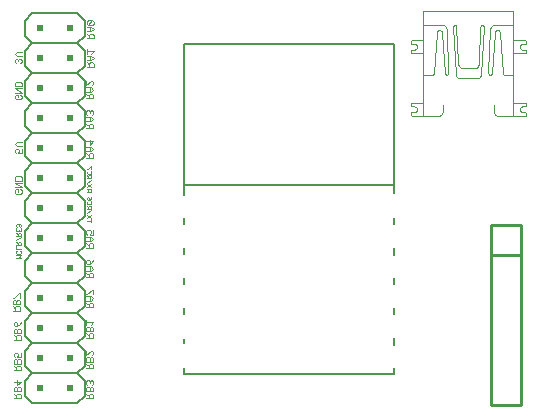
<source format=gbo>
G75*
G70*
%OFA0B0*%
%FSLAX24Y24*%
%IPPOS*%
%LPD*%
%AMOC8*
5,1,8,0,0,1.08239X$1,22.5*
%
%ADD10C,0.0020*%
%ADD11C,0.0010*%
%ADD12C,0.0050*%
%ADD13C,0.0040*%
%ADD14C,0.0060*%
%ADD15R,0.0200X0.0200*%
%ADD16C,0.0100*%
D10*
X001360Y006757D02*
X001580Y006757D01*
X001580Y006867D01*
X001543Y006904D01*
X001470Y006904D01*
X001433Y006867D01*
X001433Y006757D01*
X001433Y006830D02*
X001360Y006904D01*
X001360Y006978D02*
X001360Y007088D01*
X001397Y007125D01*
X001433Y007125D01*
X001470Y007088D01*
X001470Y006978D01*
X001360Y006978D02*
X001580Y006978D01*
X001580Y007088D01*
X001543Y007125D01*
X001507Y007125D01*
X001470Y007088D01*
X001470Y007199D02*
X001470Y007346D01*
X001360Y007309D02*
X001580Y007309D01*
X001470Y007199D01*
X001433Y007687D02*
X001433Y007797D01*
X001470Y007834D01*
X001543Y007834D01*
X001580Y007797D01*
X001580Y007687D01*
X001360Y007687D01*
X001433Y007760D02*
X001360Y007834D01*
X001360Y007908D02*
X001360Y008018D01*
X001397Y008055D01*
X001433Y008055D01*
X001470Y008018D01*
X001470Y007908D01*
X001360Y007908D02*
X001580Y007908D01*
X001580Y008018D01*
X001543Y008055D01*
X001507Y008055D01*
X001470Y008018D01*
X001470Y008129D02*
X001507Y008202D01*
X001507Y008239D01*
X001470Y008276D01*
X001397Y008276D01*
X001360Y008239D01*
X001360Y008166D01*
X001397Y008129D01*
X001470Y008129D02*
X001580Y008129D01*
X001580Y008276D01*
X001580Y008707D02*
X001360Y008707D01*
X001433Y008707D02*
X001433Y008817D01*
X001470Y008854D01*
X001543Y008854D01*
X001580Y008817D01*
X001580Y008707D01*
X001433Y008780D02*
X001360Y008854D01*
X001360Y008928D02*
X001360Y009038D01*
X001397Y009075D01*
X001433Y009075D01*
X001470Y009038D01*
X001470Y008928D01*
X001360Y008928D02*
X001580Y008928D01*
X001580Y009038D01*
X001543Y009075D01*
X001507Y009075D01*
X001470Y009038D01*
X001470Y009149D02*
X001470Y009259D01*
X001433Y009296D01*
X001397Y009296D01*
X001360Y009259D01*
X001360Y009186D01*
X001397Y009149D01*
X001470Y009149D01*
X001543Y009222D01*
X001580Y009296D01*
X001550Y009667D02*
X001330Y009667D01*
X001403Y009667D02*
X001403Y009777D01*
X001440Y009814D01*
X001513Y009814D01*
X001550Y009777D01*
X001550Y009667D01*
X001403Y009740D02*
X001330Y009814D01*
X001330Y009888D02*
X001330Y009998D01*
X001367Y010035D01*
X001403Y010035D01*
X001440Y009998D01*
X001440Y009888D01*
X001330Y009888D02*
X001550Y009888D01*
X001550Y009998D01*
X001513Y010035D01*
X001477Y010035D01*
X001440Y009998D01*
X001367Y010109D02*
X001330Y010109D01*
X001367Y010109D02*
X001513Y010256D01*
X001550Y010256D01*
X001550Y010109D01*
X003771Y010155D02*
X003918Y010155D01*
X003991Y010081D01*
X003918Y010008D01*
X003771Y010008D01*
X003771Y009934D02*
X003844Y009860D01*
X003844Y009897D02*
X003844Y009787D01*
X003771Y009787D02*
X003991Y009787D01*
X003991Y009897D01*
X003955Y009934D01*
X003881Y009934D01*
X003844Y009897D01*
X003881Y010008D02*
X003881Y010155D01*
X003808Y010229D02*
X003771Y010229D01*
X003808Y010229D02*
X003955Y010376D01*
X003991Y010376D01*
X003991Y010229D01*
X003991Y010777D02*
X003771Y010777D01*
X003844Y010777D02*
X003844Y010887D01*
X003881Y010924D01*
X003955Y010924D01*
X003991Y010887D01*
X003991Y010777D01*
X003844Y010850D02*
X003771Y010924D01*
X003771Y010998D02*
X003918Y010998D01*
X003991Y011071D01*
X003918Y011145D01*
X003771Y011145D01*
X003808Y011219D02*
X003771Y011256D01*
X003771Y011329D01*
X003808Y011366D01*
X003844Y011366D01*
X003881Y011329D01*
X003881Y011219D01*
X003808Y011219D01*
X003881Y011219D02*
X003955Y011292D01*
X003991Y011366D01*
X003881Y011145D02*
X003881Y010998D01*
X003844Y011767D02*
X003844Y011877D01*
X003881Y011914D01*
X003955Y011914D01*
X003991Y011877D01*
X003991Y011767D01*
X003771Y011767D01*
X003844Y011840D02*
X003771Y011914D01*
X003771Y011988D02*
X003918Y011988D01*
X003991Y012061D01*
X003918Y012135D01*
X003771Y012135D01*
X003808Y012209D02*
X003771Y012246D01*
X003771Y012319D01*
X003808Y012356D01*
X003881Y012356D01*
X003918Y012319D01*
X003918Y012282D01*
X003881Y012209D01*
X003991Y012209D01*
X003991Y012356D01*
X003881Y012135D02*
X003881Y011988D01*
X001610Y013604D02*
X001573Y013567D01*
X001427Y013567D01*
X001390Y013604D01*
X001390Y013677D01*
X001427Y013714D01*
X001500Y013714D01*
X001500Y013640D01*
X001573Y013714D02*
X001610Y013677D01*
X001610Y013604D01*
X001610Y013788D02*
X001390Y013935D01*
X001610Y013935D01*
X001610Y014009D02*
X001610Y014119D01*
X001573Y014156D01*
X001427Y014156D01*
X001390Y014119D01*
X001390Y014009D01*
X001610Y014009D01*
X001610Y013788D02*
X001390Y013788D01*
X001427Y014928D02*
X001390Y014965D01*
X001390Y015038D01*
X001427Y015075D01*
X001500Y015075D01*
X001537Y015038D01*
X001537Y015001D01*
X001500Y014928D01*
X001610Y014928D01*
X001610Y015075D01*
X001610Y015149D02*
X001463Y015149D01*
X001390Y015222D01*
X001463Y015296D01*
X001610Y015296D01*
X001573Y016717D02*
X001427Y016717D01*
X001390Y016754D01*
X001390Y016827D01*
X001427Y016864D01*
X001500Y016864D01*
X001500Y016790D01*
X001573Y016717D02*
X001610Y016754D01*
X001610Y016827D01*
X001573Y016864D01*
X001610Y016938D02*
X001390Y017085D01*
X001610Y017085D01*
X001610Y017159D02*
X001610Y017269D01*
X001573Y017306D01*
X001427Y017306D01*
X001390Y017269D01*
X001390Y017159D01*
X001610Y017159D01*
X001610Y016938D02*
X001390Y016938D01*
X001427Y017928D02*
X001390Y017965D01*
X001390Y018038D01*
X001427Y018075D01*
X001463Y018075D01*
X001500Y018038D01*
X001500Y018001D01*
X001500Y018038D02*
X001537Y018075D01*
X001573Y018075D01*
X001610Y018038D01*
X001610Y017965D01*
X001573Y017928D01*
X001610Y018149D02*
X001463Y018149D01*
X001390Y018222D01*
X001463Y018296D01*
X001610Y018296D01*
X003790Y018312D02*
X004010Y018312D01*
X003937Y018239D01*
X003937Y018165D02*
X003790Y018165D01*
X003790Y018239D02*
X003790Y018386D01*
X003900Y018165D02*
X003900Y018018D01*
X003937Y018018D02*
X004010Y018091D01*
X003937Y018165D01*
X003937Y018018D02*
X003790Y018018D01*
X003790Y017944D02*
X003863Y017870D01*
X003863Y017907D02*
X003863Y017797D01*
X003790Y017797D02*
X004010Y017797D01*
X004010Y017907D01*
X003973Y017944D01*
X003900Y017944D01*
X003863Y017907D01*
X003918Y017336D02*
X003955Y017336D01*
X003991Y017299D01*
X003991Y017226D01*
X003955Y017189D01*
X003918Y017115D02*
X003771Y017115D01*
X003771Y017189D02*
X003918Y017336D01*
X003771Y017336D02*
X003771Y017189D01*
X003881Y017115D02*
X003881Y016968D01*
X003918Y016968D02*
X003991Y017041D01*
X003918Y017115D01*
X003918Y016968D02*
X003771Y016968D01*
X003771Y016894D02*
X003844Y016820D01*
X003844Y016857D02*
X003844Y016747D01*
X003771Y016747D02*
X003991Y016747D01*
X003991Y016857D01*
X003955Y016894D01*
X003881Y016894D01*
X003844Y016857D01*
X003844Y016346D02*
X003808Y016346D01*
X003771Y016309D01*
X003771Y016236D01*
X003808Y016199D01*
X003771Y016125D02*
X003918Y016125D01*
X003991Y016051D01*
X003918Y015978D01*
X003771Y015978D01*
X003771Y015904D02*
X003844Y015830D01*
X003844Y015867D02*
X003844Y015757D01*
X003771Y015757D02*
X003991Y015757D01*
X003991Y015867D01*
X003955Y015904D01*
X003881Y015904D01*
X003844Y015867D01*
X003881Y015978D02*
X003881Y016125D01*
X003955Y016199D02*
X003991Y016236D01*
X003991Y016309D01*
X003955Y016346D01*
X003918Y016346D01*
X003881Y016309D01*
X003844Y016346D01*
X003881Y016309D02*
X003881Y016272D01*
X003881Y015356D02*
X003881Y015209D01*
X003991Y015319D01*
X003771Y015319D01*
X003771Y015135D02*
X003918Y015135D01*
X003991Y015061D01*
X003918Y014988D01*
X003771Y014988D01*
X003771Y014914D02*
X003844Y014840D01*
X003844Y014877D02*
X003844Y014767D01*
X003771Y014767D02*
X003991Y014767D01*
X003991Y014877D01*
X003955Y014914D01*
X003881Y014914D01*
X003844Y014877D01*
X003881Y014988D02*
X003881Y015135D01*
X003863Y018757D02*
X003863Y018867D01*
X003900Y018904D01*
X003973Y018904D01*
X004010Y018867D01*
X004010Y018757D01*
X003790Y018757D01*
X003863Y018830D02*
X003790Y018904D01*
X003790Y018978D02*
X003937Y018978D01*
X004010Y019051D01*
X003937Y019125D01*
X003790Y019125D01*
X003827Y019199D02*
X003790Y019236D01*
X003790Y019309D01*
X003827Y019346D01*
X003973Y019346D01*
X003827Y019199D01*
X003973Y019199D01*
X004010Y019236D01*
X004010Y019309D01*
X003973Y019346D01*
X003900Y019125D02*
X003900Y018978D01*
X003771Y009356D02*
X003771Y009209D01*
X003771Y009282D02*
X003991Y009282D01*
X003918Y009209D01*
X003918Y009135D02*
X003881Y009098D01*
X003881Y008988D01*
X003881Y008914D02*
X003844Y008877D01*
X003844Y008767D01*
X003771Y008767D02*
X003991Y008767D01*
X003991Y008877D01*
X003955Y008914D01*
X003881Y008914D01*
X003844Y008840D02*
X003771Y008914D01*
X003771Y008988D02*
X003771Y009098D01*
X003808Y009135D01*
X003844Y009135D01*
X003881Y009098D01*
X003918Y009135D02*
X003955Y009135D01*
X003991Y009098D01*
X003991Y008988D01*
X003771Y008988D01*
X003771Y008336D02*
X003771Y008189D01*
X003918Y008336D01*
X003955Y008336D01*
X003991Y008299D01*
X003991Y008226D01*
X003955Y008189D01*
X003955Y008115D02*
X003918Y008115D01*
X003881Y008078D01*
X003881Y007968D01*
X003881Y007894D02*
X003844Y007857D01*
X003844Y007747D01*
X003771Y007747D02*
X003991Y007747D01*
X003991Y007857D01*
X003955Y007894D01*
X003881Y007894D01*
X003844Y007820D02*
X003771Y007894D01*
X003771Y007968D02*
X003771Y008078D01*
X003808Y008115D01*
X003844Y008115D01*
X003881Y008078D01*
X003955Y008115D02*
X003991Y008078D01*
X003991Y007968D01*
X003771Y007968D01*
X003808Y007346D02*
X003771Y007309D01*
X003771Y007236D01*
X003808Y007199D01*
X003808Y007125D02*
X003771Y007088D01*
X003771Y006978D01*
X003991Y006978D01*
X003991Y007088D01*
X003955Y007125D01*
X003918Y007125D01*
X003881Y007088D01*
X003881Y006978D01*
X003881Y006904D02*
X003844Y006867D01*
X003844Y006757D01*
X003771Y006757D02*
X003991Y006757D01*
X003991Y006867D01*
X003955Y006904D01*
X003881Y006904D01*
X003844Y006830D02*
X003771Y006904D01*
X003881Y007088D02*
X003844Y007125D01*
X003808Y007125D01*
X003955Y007199D02*
X003991Y007236D01*
X003991Y007309D01*
X003955Y007346D01*
X003918Y007346D01*
X003881Y007309D01*
X003844Y007346D01*
X003808Y007346D01*
X003881Y007309D02*
X003881Y007272D01*
D11*
X001585Y011426D02*
X001535Y011476D01*
X001585Y011526D01*
X001435Y011526D01*
X001460Y011574D02*
X001435Y011599D01*
X001435Y011649D01*
X001460Y011674D01*
X001435Y011721D02*
X001435Y011821D01*
X001435Y011868D02*
X001585Y011868D01*
X001585Y011943D01*
X001560Y011968D01*
X001510Y011968D01*
X001485Y011943D01*
X001485Y011868D01*
X001485Y011918D02*
X001435Y011968D01*
X001435Y012016D02*
X001585Y012116D01*
X001585Y012163D02*
X001585Y012238D01*
X001560Y012263D01*
X001510Y012263D01*
X001485Y012238D01*
X001485Y012163D01*
X001435Y012163D02*
X001585Y012163D01*
X001485Y012213D02*
X001435Y012263D01*
X001435Y012310D02*
X001435Y012410D01*
X001460Y012458D02*
X001435Y012483D01*
X001435Y012533D01*
X001460Y012558D01*
X001485Y012558D01*
X001510Y012533D01*
X001510Y012508D01*
X001510Y012533D02*
X001535Y012558D01*
X001560Y012558D01*
X001585Y012533D01*
X001585Y012483D01*
X001560Y012458D01*
X001585Y012410D02*
X001585Y012310D01*
X001435Y012310D01*
X001510Y012310D02*
X001510Y012360D01*
X001585Y011721D02*
X001435Y011721D01*
X001560Y011674D02*
X001585Y011649D01*
X001585Y011599D01*
X001560Y011574D01*
X001460Y011574D01*
X001435Y011426D02*
X001585Y011426D01*
X003786Y012671D02*
X003936Y012671D01*
X003936Y012621D02*
X003936Y012721D01*
X003936Y012768D02*
X003786Y012868D01*
X003786Y012916D02*
X003936Y013016D01*
X003936Y013063D02*
X003786Y013063D01*
X003836Y013063D02*
X003836Y013138D01*
X003861Y013163D01*
X003911Y013163D01*
X003936Y013138D01*
X003936Y013063D01*
X003836Y013113D02*
X003786Y013163D01*
X003811Y013210D02*
X003786Y013235D01*
X003786Y013285D01*
X003811Y013310D01*
X003811Y013358D02*
X003786Y013383D01*
X003786Y013433D01*
X003811Y013458D01*
X003836Y013458D01*
X003861Y013433D01*
X003861Y013358D01*
X003811Y013358D01*
X003861Y013358D02*
X003911Y013408D01*
X003936Y013458D01*
X003911Y013310D02*
X003936Y013285D01*
X003936Y013235D01*
X003911Y013210D01*
X003811Y013210D01*
X003936Y012868D02*
X003786Y012768D01*
X003786Y013641D02*
X003936Y013641D01*
X003936Y013716D01*
X003911Y013741D01*
X003861Y013741D01*
X003836Y013716D01*
X003836Y013641D01*
X003836Y013691D02*
X003786Y013741D01*
X003786Y013788D02*
X003936Y013888D01*
X003936Y013788D02*
X003786Y013888D01*
X003786Y013936D02*
X003936Y014036D01*
X003936Y014083D02*
X003936Y014158D01*
X003911Y014183D01*
X003861Y014183D01*
X003836Y014158D01*
X003836Y014083D01*
X003786Y014083D02*
X003936Y014083D01*
X003836Y014133D02*
X003786Y014183D01*
X003811Y014230D02*
X003786Y014255D01*
X003786Y014305D01*
X003811Y014330D01*
X003811Y014378D02*
X003786Y014378D01*
X003811Y014378D02*
X003911Y014478D01*
X003936Y014478D01*
X003936Y014378D01*
X003911Y014330D02*
X003936Y014305D01*
X003936Y014255D01*
X003911Y014230D01*
X003811Y014230D01*
D12*
X007021Y013894D02*
X007021Y013540D01*
X007035Y013856D02*
X007035Y018556D01*
X014035Y018556D01*
X014035Y013856D01*
X007035Y013856D01*
X007021Y012752D02*
X007021Y012556D01*
X007021Y011768D02*
X007021Y011571D01*
X007021Y010744D02*
X007021Y010548D01*
X007021Y009760D02*
X007021Y009563D01*
X007021Y008737D02*
X007021Y008579D01*
X007021Y007752D02*
X007021Y007556D01*
X007035Y007556D02*
X014029Y007556D01*
X014029Y007752D01*
X014029Y007556D02*
X014035Y007556D01*
X014029Y008540D02*
X014029Y008776D01*
X014029Y009563D02*
X014029Y009760D01*
X014029Y010548D02*
X014029Y010744D01*
X014029Y011532D02*
X014029Y011768D01*
X014029Y012556D02*
X014029Y012752D01*
X014029Y013579D02*
X014029Y013855D01*
D13*
X014643Y016164D02*
X015013Y016164D01*
X015008Y016164D02*
X015504Y016164D01*
X015526Y016166D01*
X015548Y016171D01*
X015569Y016180D01*
X015588Y016191D01*
X015605Y016206D01*
X015620Y016223D01*
X015631Y016242D01*
X015640Y016263D01*
X015645Y016285D01*
X015647Y016307D01*
X015648Y016307D02*
X015648Y016517D01*
X015008Y016605D02*
X014638Y016605D01*
X014638Y016606D02*
X014625Y016604D01*
X014612Y016600D01*
X014600Y016593D01*
X014590Y016583D01*
X014583Y016571D01*
X014578Y016558D01*
X014577Y016545D01*
X014577Y016544D02*
X014577Y016544D01*
X014579Y016529D01*
X014584Y016515D01*
X014591Y016503D01*
X014602Y016492D01*
X014614Y016485D01*
X014628Y016480D01*
X014643Y016478D01*
X014704Y016478D01*
X014721Y016476D01*
X014738Y016471D01*
X014753Y016463D01*
X014766Y016452D01*
X014777Y016439D01*
X014785Y016424D01*
X014790Y016407D01*
X014792Y016390D01*
X014792Y016379D01*
X014790Y016362D01*
X014785Y016345D01*
X014777Y016330D01*
X014766Y016317D01*
X014753Y016306D01*
X014738Y016298D01*
X014721Y016293D01*
X014704Y016291D01*
X014638Y016291D01*
X014624Y016289D01*
X014612Y016285D01*
X014600Y016278D01*
X014590Y016268D01*
X014583Y016256D01*
X014579Y016244D01*
X014577Y016230D01*
X014579Y016215D01*
X014584Y016201D01*
X014591Y016189D01*
X014602Y016178D01*
X014614Y016171D01*
X014628Y016166D01*
X014643Y016164D01*
X015008Y016164D02*
X015008Y019668D01*
X018005Y019668D01*
X018005Y018244D01*
X018374Y018244D01*
X018375Y018245D02*
X018388Y018246D01*
X018401Y018251D01*
X018412Y018258D01*
X018422Y018268D01*
X018429Y018279D01*
X018434Y018292D01*
X018435Y018305D01*
X018435Y018305D01*
X018433Y018320D01*
X018428Y018334D01*
X018421Y018346D01*
X018410Y018357D01*
X018398Y018364D01*
X018384Y018369D01*
X018369Y018371D01*
X018308Y018371D01*
X018308Y018372D02*
X018291Y018374D01*
X018274Y018379D01*
X018259Y018387D01*
X018246Y018398D01*
X018235Y018411D01*
X018227Y018426D01*
X018222Y018443D01*
X018220Y018460D01*
X018220Y018471D01*
X018222Y018488D01*
X018227Y018505D01*
X018235Y018520D01*
X018246Y018533D01*
X018259Y018544D01*
X018274Y018552D01*
X018291Y018557D01*
X018308Y018559D01*
X018374Y018559D01*
X018388Y018561D01*
X018400Y018565D01*
X018412Y018572D01*
X018422Y018582D01*
X018429Y018594D01*
X018433Y018606D01*
X018435Y018620D01*
X018433Y018635D01*
X018428Y018649D01*
X018421Y018661D01*
X018410Y018672D01*
X018398Y018679D01*
X018384Y018684D01*
X018369Y018686D01*
X018027Y018686D01*
X018005Y018244D02*
X018005Y016164D01*
X018374Y016164D01*
X018375Y016163D02*
X018388Y016164D01*
X018401Y016169D01*
X018413Y016176D01*
X018423Y016186D01*
X018430Y016198D01*
X018435Y016211D01*
X018436Y016224D01*
X018435Y016224D02*
X018435Y016224D01*
X018433Y016239D01*
X018428Y016253D01*
X018421Y016265D01*
X018410Y016276D01*
X018398Y016283D01*
X018384Y016288D01*
X018369Y016290D01*
X018369Y016291D02*
X018308Y016291D01*
X018291Y016293D01*
X018274Y016298D01*
X018259Y016306D01*
X018246Y016317D01*
X018235Y016330D01*
X018227Y016345D01*
X018222Y016362D01*
X018220Y016379D01*
X018220Y016390D01*
X018222Y016407D01*
X018227Y016424D01*
X018235Y016439D01*
X018246Y016452D01*
X018259Y016463D01*
X018274Y016471D01*
X018291Y016476D01*
X018308Y016478D01*
X018374Y016478D01*
X018388Y016480D01*
X018400Y016484D01*
X018412Y016491D01*
X018422Y016501D01*
X018429Y016513D01*
X018433Y016525D01*
X018435Y016539D01*
X018433Y016554D01*
X018428Y016568D01*
X018421Y016580D01*
X018410Y016591D01*
X018398Y016598D01*
X018384Y016603D01*
X018369Y016605D01*
X018027Y016605D01*
X018005Y016164D02*
X017502Y016164D01*
X017480Y016166D01*
X017459Y016171D01*
X017439Y016179D01*
X017421Y016190D01*
X017404Y016204D01*
X017390Y016221D01*
X017379Y016239D01*
X017371Y016259D01*
X017366Y016280D01*
X017364Y016302D01*
X017364Y016533D01*
X016790Y017422D02*
X016211Y017422D01*
X016190Y017424D01*
X016170Y017429D01*
X016151Y017437D01*
X016133Y017447D01*
X016117Y017461D01*
X016103Y017477D01*
X016093Y017495D01*
X016085Y017514D01*
X016080Y017534D01*
X016078Y017555D01*
X015996Y019139D01*
X015995Y019138D02*
X015996Y019152D01*
X016001Y019165D01*
X016009Y019176D01*
X016019Y019185D01*
X016032Y019191D01*
X016045Y019194D01*
X016059Y019193D01*
X016072Y019188D01*
X016083Y019180D01*
X016092Y019170D01*
X016098Y019157D01*
X016101Y019144D01*
X016167Y017919D01*
X016169Y017895D01*
X016174Y017871D01*
X016182Y017848D01*
X016194Y017827D01*
X016209Y017807D01*
X016226Y017790D01*
X016246Y017775D01*
X016267Y017763D01*
X016290Y017755D01*
X016314Y017750D01*
X016338Y017748D01*
X016686Y017748D01*
X016686Y017747D02*
X016710Y017749D01*
X016733Y017754D01*
X016755Y017762D01*
X016776Y017773D01*
X016795Y017788D01*
X016811Y017804D01*
X016826Y017823D01*
X016837Y017844D01*
X016845Y017866D01*
X016850Y017889D01*
X016852Y017913D01*
X016851Y017913D02*
X016851Y017941D01*
X016906Y019139D01*
X016907Y019139D02*
X016909Y019152D01*
X016915Y019165D01*
X016924Y019176D01*
X016935Y019184D01*
X016948Y019189D01*
X016962Y019191D01*
X016976Y019189D01*
X016989Y019184D01*
X017000Y019176D01*
X017009Y019165D01*
X017015Y019152D01*
X017017Y019139D01*
X016934Y017566D01*
X016932Y017543D01*
X016927Y017522D01*
X016918Y017501D01*
X016906Y017481D01*
X016892Y017464D01*
X016875Y017450D01*
X016855Y017438D01*
X016834Y017429D01*
X016813Y017424D01*
X016790Y017422D01*
X017171Y017599D02*
X017237Y019045D01*
X017237Y019061D01*
X017238Y019061D02*
X017240Y019083D01*
X017245Y019104D01*
X017253Y019124D01*
X017264Y019142D01*
X017278Y019159D01*
X017295Y019173D01*
X017313Y019184D01*
X017333Y019192D01*
X017354Y019197D01*
X017376Y019199D01*
X017375Y019199D02*
X017983Y019199D01*
X017569Y018923D02*
X017657Y017582D01*
X017659Y017570D01*
X017665Y017559D01*
X017673Y017550D01*
X017683Y017543D01*
X017694Y017539D01*
X017706Y017538D01*
X017707Y017538D02*
X017983Y017538D01*
X017287Y017593D02*
X017375Y018929D01*
X017375Y018928D02*
X017378Y018947D01*
X017385Y018964D01*
X017394Y018980D01*
X017407Y018994D01*
X017422Y019005D01*
X017438Y019013D01*
X017456Y019018D01*
X017475Y019019D01*
X017493Y019017D01*
X017511Y019011D01*
X017527Y019002D01*
X017541Y018990D01*
X017553Y018975D01*
X017562Y018959D01*
X017567Y018941D01*
X017569Y018923D01*
X017287Y017593D02*
X017285Y017579D01*
X017279Y017567D01*
X017270Y017555D01*
X017260Y017547D01*
X017247Y017541D01*
X017233Y017538D01*
X017219Y017539D01*
X017206Y017543D01*
X017194Y017550D01*
X017184Y017560D01*
X017176Y017571D01*
X017172Y017585D01*
X017171Y017599D01*
X015841Y017599D02*
X015775Y019045D01*
X015775Y019061D01*
X015773Y019083D01*
X015768Y019104D01*
X015760Y019124D01*
X015749Y019142D01*
X015735Y019159D01*
X015718Y019173D01*
X015700Y019184D01*
X015680Y019192D01*
X015659Y019197D01*
X015637Y019199D01*
X015030Y019199D01*
X015008Y018686D02*
X014638Y018686D01*
X014638Y018685D02*
X014625Y018684D01*
X014612Y018679D01*
X014601Y018672D01*
X014591Y018662D01*
X014584Y018651D01*
X014579Y018638D01*
X014578Y018625D01*
X014577Y018625D02*
X014577Y018625D01*
X014579Y018610D01*
X014584Y018596D01*
X014591Y018584D01*
X014602Y018573D01*
X014614Y018566D01*
X014628Y018561D01*
X014643Y018559D01*
X014704Y018559D01*
X014721Y018557D01*
X014738Y018552D01*
X014753Y018544D01*
X014766Y018533D01*
X014777Y018520D01*
X014785Y018505D01*
X014790Y018488D01*
X014792Y018471D01*
X014792Y018460D01*
X014790Y018443D01*
X014785Y018426D01*
X014777Y018411D01*
X014766Y018398D01*
X014753Y018387D01*
X014738Y018379D01*
X014721Y018374D01*
X014704Y018372D01*
X014704Y018371D02*
X014638Y018371D01*
X014638Y018372D02*
X014624Y018370D01*
X014612Y018366D01*
X014600Y018359D01*
X014590Y018349D01*
X014583Y018337D01*
X014579Y018325D01*
X014577Y018311D01*
X014579Y018296D01*
X014584Y018282D01*
X014591Y018270D01*
X014602Y018259D01*
X014614Y018252D01*
X014628Y018247D01*
X014643Y018245D01*
X014643Y018244D02*
X014986Y018244D01*
X015355Y017582D02*
X015444Y018923D01*
X015443Y018923D02*
X015445Y018941D01*
X015450Y018959D01*
X015459Y018975D01*
X015471Y018990D01*
X015485Y019002D01*
X015501Y019011D01*
X015519Y019017D01*
X015537Y019019D01*
X015556Y019018D01*
X015574Y019013D01*
X015590Y019005D01*
X015605Y018994D01*
X015618Y018980D01*
X015627Y018964D01*
X015634Y018947D01*
X015637Y018928D01*
X015637Y018929D02*
X015725Y017593D01*
X015727Y017579D01*
X015733Y017567D01*
X015742Y017555D01*
X015752Y017547D01*
X015765Y017541D01*
X015779Y017538D01*
X015793Y017539D01*
X015806Y017543D01*
X015818Y017550D01*
X015828Y017560D01*
X015836Y017571D01*
X015840Y017585D01*
X015841Y017599D01*
X015355Y017582D02*
X015353Y017570D01*
X015347Y017559D01*
X015339Y017550D01*
X015329Y017543D01*
X015318Y017539D01*
X015306Y017538D01*
X015030Y017538D01*
D14*
X003461Y006580D02*
X001961Y006580D01*
X001711Y006830D01*
X001711Y007330D01*
X001961Y007580D01*
X003461Y007580D01*
X003711Y007330D01*
X003711Y006830D01*
X003461Y006580D01*
X003461Y007580D02*
X003711Y007830D01*
X003711Y008330D01*
X003461Y008580D01*
X001961Y008580D01*
X001711Y008330D01*
X001711Y007830D01*
X001961Y007580D01*
X001961Y008580D02*
X001711Y008830D01*
X001711Y009330D01*
X001961Y009580D01*
X003461Y009580D01*
X003711Y009830D01*
X003711Y010330D01*
X003461Y010580D01*
X001961Y010580D01*
X001711Y010330D01*
X001711Y009830D01*
X001961Y009580D01*
X001961Y010580D02*
X001711Y010830D01*
X001711Y011330D01*
X001961Y011580D01*
X003461Y011580D01*
X003711Y011830D01*
X003711Y012330D01*
X003461Y012580D01*
X001961Y012580D01*
X001711Y012330D01*
X001711Y011830D01*
X001961Y011580D01*
X001961Y012580D02*
X001711Y012830D01*
X001711Y013330D01*
X001961Y013580D01*
X003461Y013580D01*
X003711Y013330D01*
X003711Y012830D01*
X003461Y012580D01*
X003461Y011580D02*
X003711Y011330D01*
X003711Y010830D01*
X003461Y010580D01*
X003461Y009580D02*
X003711Y009330D01*
X003711Y008830D01*
X003461Y008580D01*
X003461Y013580D02*
X003711Y013830D01*
X003711Y014330D01*
X003461Y014580D01*
X001961Y014580D01*
X001711Y014330D01*
X001711Y013830D01*
X001961Y013580D01*
X001961Y014580D02*
X001711Y014830D01*
X001711Y015330D01*
X001961Y015580D01*
X003461Y015580D01*
X003711Y015330D01*
X003711Y014830D01*
X003461Y014580D01*
X003461Y015580D02*
X003711Y015830D01*
X003711Y016330D01*
X003461Y016580D01*
X001961Y016580D01*
X001711Y016330D01*
X001711Y015830D01*
X001961Y015580D01*
X001961Y016580D02*
X001711Y016830D01*
X001711Y017330D01*
X001961Y017580D01*
X003461Y017580D01*
X003711Y017330D01*
X003711Y016830D01*
X003461Y016580D01*
X003461Y017580D02*
X003711Y017830D01*
X003711Y018330D01*
X003461Y018580D01*
X001961Y018580D01*
X001711Y018330D01*
X001711Y017830D01*
X001961Y017580D01*
X001961Y018580D02*
X001711Y018830D01*
X001711Y019330D01*
X001961Y019580D01*
X003461Y019580D01*
X003711Y019330D01*
X003711Y018830D01*
X003461Y018580D01*
D15*
X003211Y018080D03*
X002211Y018080D03*
X002211Y017080D03*
X002211Y016080D03*
X002211Y015080D03*
X002211Y014080D03*
X002211Y013080D03*
X002211Y012080D03*
X002211Y011080D03*
X002211Y010080D03*
X002211Y009080D03*
X002211Y008080D03*
X002211Y007080D03*
X003211Y007080D03*
X003211Y008080D03*
X003211Y009080D03*
X003211Y010080D03*
X003211Y011080D03*
X003211Y012080D03*
X003211Y013080D03*
X003211Y014080D03*
X003211Y015080D03*
X003211Y016080D03*
X003211Y017080D03*
X003211Y019080D03*
X002211Y019080D03*
D16*
X017260Y012540D02*
X017260Y011540D01*
X018260Y011540D01*
X018260Y012540D02*
X017260Y012540D01*
X017260Y011540D02*
X017260Y006540D01*
X018260Y006540D01*
X018260Y012540D01*
M02*

</source>
